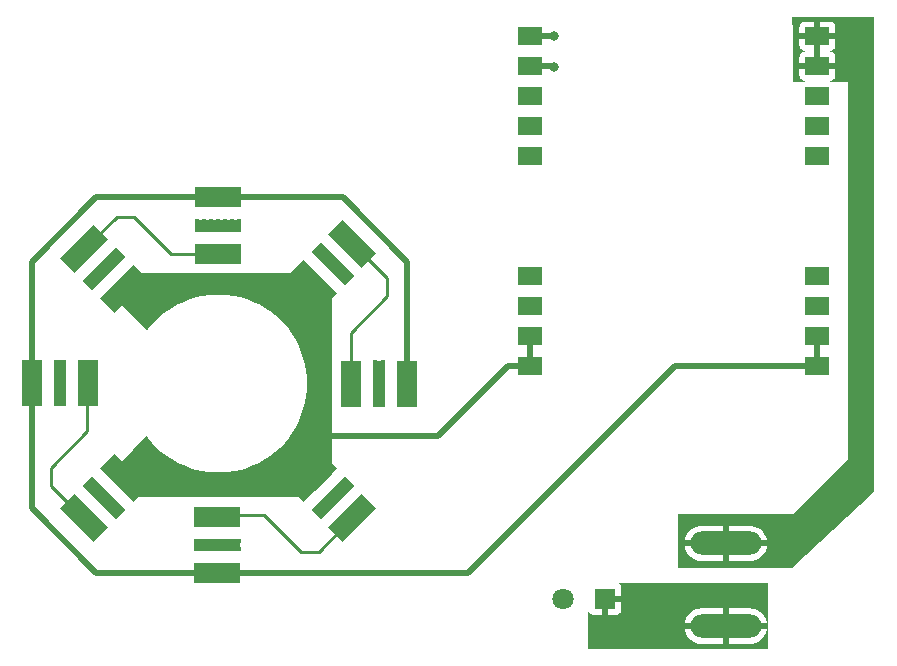
<source format=gtl>
G04 #@! TF.GenerationSoftware,KiCad,Pcbnew,7.0.10*
G04 #@! TF.CreationDate,2024-01-02T03:25:22-08:00*
G04 #@! TF.ProjectId,K40-LED_PCB,4b34302d-4c45-4445-9f50-43422e6b6963,rev?*
G04 #@! TF.SameCoordinates,Original*
G04 #@! TF.FileFunction,Copper,L1,Top*
G04 #@! TF.FilePolarity,Positive*
%FSLAX46Y46*%
G04 Gerber Fmt 4.6, Leading zero omitted, Abs format (unit mm)*
G04 Created by KiCad (PCBNEW 7.0.10) date 2024-01-02 03:25:22*
%MOMM*%
%LPD*%
G01*
G04 APERTURE LIST*
G04 Aperture macros list*
%AMRotRect*
0 Rectangle, with rotation*
0 The origin of the aperture is its center*
0 $1 length*
0 $2 width*
0 $3 Rotation angle, in degrees counterclockwise*
0 Add horizontal line*
21,1,$1,$2,0,0,$3*%
G04 Aperture macros list end*
G04 #@! TA.AperFunction,ComponentPad*
%ADD10O,6.000000X2.000000*%
G04 #@! TD*
G04 #@! TA.AperFunction,ComponentPad*
%ADD11C,0.400000*%
G04 #@! TD*
G04 #@! TA.AperFunction,SMDPad,CuDef*
%ADD12R,4.000000X1.100000*%
G04 #@! TD*
G04 #@! TA.AperFunction,SMDPad,CuDef*
%ADD13R,4.000000X1.750000*%
G04 #@! TD*
G04 #@! TA.AperFunction,SMDPad,CuDef*
%ADD14RotRect,1.100000X4.000000X315.000000*%
G04 #@! TD*
G04 #@! TA.AperFunction,SMDPad,CuDef*
%ADD15RotRect,1.750000X4.000000X315.000000*%
G04 #@! TD*
G04 #@! TA.AperFunction,SMDPad,CuDef*
%ADD16R,1.100000X4.000000*%
G04 #@! TD*
G04 #@! TA.AperFunction,SMDPad,CuDef*
%ADD17R,1.750000X4.000000*%
G04 #@! TD*
G04 #@! TA.AperFunction,SMDPad,CuDef*
%ADD18R,2.030000X1.500000*%
G04 #@! TD*
G04 #@! TA.AperFunction,SMDPad,CuDef*
%ADD19RotRect,1.100000X4.000000X225.000000*%
G04 #@! TD*
G04 #@! TA.AperFunction,SMDPad,CuDef*
%ADD20RotRect,1.750000X4.000000X225.000000*%
G04 #@! TD*
G04 #@! TA.AperFunction,SMDPad,CuDef*
%ADD21RotRect,1.100000X4.000000X45.000000*%
G04 #@! TD*
G04 #@! TA.AperFunction,SMDPad,CuDef*
%ADD22RotRect,1.750000X4.000000X45.000000*%
G04 #@! TD*
G04 #@! TA.AperFunction,SMDPad,CuDef*
%ADD23RotRect,1.100000X4.000000X135.000000*%
G04 #@! TD*
G04 #@! TA.AperFunction,SMDPad,CuDef*
%ADD24RotRect,1.750000X4.000000X135.000000*%
G04 #@! TD*
G04 #@! TA.AperFunction,ComponentPad*
%ADD25R,1.800000X1.800000*%
G04 #@! TD*
G04 #@! TA.AperFunction,ComponentPad*
%ADD26C,1.800000*%
G04 #@! TD*
G04 #@! TA.AperFunction,ViaPad*
%ADD27C,0.800000*%
G04 #@! TD*
G04 #@! TA.AperFunction,Conductor*
%ADD28C,0.500000*%
G04 #@! TD*
G04 #@! TA.AperFunction,Conductor*
%ADD29C,0.250000*%
G04 #@! TD*
G04 APERTURE END LIST*
D10*
X150495000Y-145384600D03*
X150495000Y-138384600D03*
D11*
X105651357Y-138866323D03*
X106251357Y-138866323D03*
X106851357Y-138866323D03*
X107451357Y-138866323D03*
X108051357Y-138866323D03*
X108651357Y-138866323D03*
X109251357Y-138866323D03*
D12*
X107451357Y-138516823D03*
D11*
X105651357Y-138166823D03*
X106251357Y-138166823D03*
X106851357Y-138166823D03*
X107451357Y-138166823D03*
X108051357Y-138166823D03*
X108651357Y-138166823D03*
X109251357Y-138166823D03*
D13*
X107451357Y-140891823D03*
X107451357Y-136141823D03*
D11*
X98869437Y-113646652D03*
X98445173Y-114070917D03*
X98020909Y-114495181D03*
X97596645Y-114919445D03*
X97172381Y-115343709D03*
X96748117Y-115767973D03*
X96323853Y-116192237D03*
D14*
X97843779Y-115166579D03*
D11*
X99364058Y-114141274D03*
X98939794Y-114565538D03*
X98515530Y-114989802D03*
X98091266Y-115414066D03*
X97667002Y-115838330D03*
X97242738Y-116262594D03*
X96818474Y-116686858D03*
D15*
X96164400Y-113487200D03*
X99523157Y-116845957D03*
D11*
X93748657Y-123001084D03*
X93748657Y-123601084D03*
X93748657Y-124201084D03*
X93748657Y-124801084D03*
X93748657Y-125401084D03*
X93748657Y-126001084D03*
X93748657Y-126601084D03*
D16*
X94098157Y-124801084D03*
D11*
X94448157Y-123001084D03*
X94448157Y-123601084D03*
X94448157Y-124201084D03*
X94448157Y-124801084D03*
X94448157Y-125401084D03*
X94448157Y-126001084D03*
X94448157Y-126601084D03*
D17*
X91723157Y-124801084D03*
X96473157Y-124801084D03*
D11*
X121497657Y-126645957D03*
X121497657Y-126045957D03*
X121497657Y-125445957D03*
X121497657Y-124845957D03*
X121497657Y-124245957D03*
X121497657Y-123645957D03*
X121497657Y-123045957D03*
D16*
X121148157Y-124845957D03*
D11*
X120798157Y-126645957D03*
X120798157Y-126045957D03*
X120798157Y-125445957D03*
X120798157Y-124845957D03*
X120798157Y-124245957D03*
X120798157Y-123645957D03*
X120798157Y-123045957D03*
D17*
X123523157Y-124845957D03*
X118773157Y-124845957D03*
D18*
X158242000Y-95453200D03*
X158242000Y-97993200D03*
X158242000Y-100533200D03*
X158242000Y-103073200D03*
X158242000Y-105613200D03*
X158242000Y-115773200D03*
X158242000Y-118313200D03*
X158242000Y-120853200D03*
X158242000Y-123393200D03*
X133872000Y-123393200D03*
X133872000Y-120853200D03*
X133872000Y-118313200D03*
X133872000Y-115773200D03*
X133872000Y-105613200D03*
X133872000Y-103073200D03*
X133872000Y-100533200D03*
X133872000Y-97993200D03*
X133872000Y-95453200D03*
D11*
X118722462Y-115759594D03*
X118298197Y-115335330D03*
X117873933Y-114911066D03*
X117449669Y-114486802D03*
X117025405Y-114062538D03*
X116601141Y-113638274D03*
X116176877Y-113214010D03*
D19*
X117202535Y-114733936D03*
D11*
X118227840Y-116254215D03*
X117803576Y-115829951D03*
X117379312Y-115405687D03*
X116955048Y-114981423D03*
X116530784Y-114557159D03*
X116106520Y-114132895D03*
X115682256Y-113708631D03*
D20*
X118881914Y-113054557D03*
X115523157Y-116413314D03*
D11*
X96323852Y-133499677D03*
X96748117Y-133923941D03*
X97172381Y-134348205D03*
X97596645Y-134772469D03*
X98020909Y-135196733D03*
X98445173Y-135620997D03*
X98869437Y-136045261D03*
D21*
X97843779Y-134525335D03*
D11*
X96818474Y-133005056D03*
X97242738Y-133429320D03*
X97667002Y-133853584D03*
X98091266Y-134277848D03*
X98515530Y-134702112D03*
X98939794Y-135126376D03*
X99364058Y-135550640D03*
D22*
X96164400Y-136204714D03*
X99523157Y-132845957D03*
D11*
X116176877Y-136045262D03*
X116601141Y-135620997D03*
X117025405Y-135196733D03*
X117449669Y-134772469D03*
X117873933Y-134348205D03*
X118298197Y-133923941D03*
X118722461Y-133499677D03*
D23*
X117202535Y-134525335D03*
D11*
X115682256Y-135550640D03*
X116106520Y-135126376D03*
X116530784Y-134702112D03*
X116955048Y-134277848D03*
X117379312Y-133853584D03*
X117803576Y-133429320D03*
X118227840Y-133005056D03*
D24*
X118881914Y-136204714D03*
X115523157Y-132845957D03*
D11*
X109284357Y-111119657D03*
X108684357Y-111119657D03*
X108084357Y-111119657D03*
X107484357Y-111119657D03*
X106884357Y-111119657D03*
X106284357Y-111119657D03*
X105684357Y-111119657D03*
D12*
X107484357Y-111469157D03*
D11*
X109284357Y-111819157D03*
X108684357Y-111819157D03*
X108084357Y-111819157D03*
X107484357Y-111819157D03*
X106884357Y-111819157D03*
X106284357Y-111819157D03*
X105684357Y-111819157D03*
D13*
X107484357Y-109094157D03*
X107484357Y-113844157D03*
D25*
X140233400Y-143052800D03*
D26*
X136733400Y-143052800D03*
D27*
X135915400Y-98018600D03*
X135915400Y-95453200D03*
D28*
X116001800Y-129311400D02*
X115468400Y-128778000D01*
X132080000Y-123393200D02*
X126161800Y-129311400D01*
X126161800Y-129311400D02*
X116001800Y-129311400D01*
X133872000Y-123393200D02*
X132080000Y-123393200D01*
X146177000Y-123393200D02*
X158242000Y-123393200D01*
X128678377Y-140891823D02*
X146177000Y-123393200D01*
X107451357Y-140891823D02*
X128678377Y-140891823D01*
X133872000Y-120853200D02*
X133872000Y-123393200D01*
X158242000Y-120853200D02*
X158242000Y-123393200D01*
X107484357Y-109094157D02*
X107757843Y-109094157D01*
X107757843Y-109094157D02*
X107759000Y-109093000D01*
X123520200Y-124799927D02*
X123520200Y-114574486D01*
X123520200Y-114574486D02*
X118038714Y-109093000D01*
X118038714Y-109093000D02*
X107759000Y-109093000D01*
X135890000Y-97993200D02*
X135915400Y-98018600D01*
X133872000Y-97993200D02*
X135890000Y-97993200D01*
X133872000Y-95453200D02*
X135915400Y-95453200D01*
X91723157Y-125180659D02*
X91719400Y-125184416D01*
X91723157Y-124801084D02*
X91723157Y-125180659D01*
X91719400Y-125184416D02*
X91719400Y-135409857D01*
X91719400Y-135409857D02*
X97200886Y-140891343D01*
X97200886Y-140891343D02*
X107480600Y-140891343D01*
X91723157Y-114575643D02*
X97204643Y-109094157D01*
X91723157Y-124801084D02*
X91723157Y-114575643D01*
X97204643Y-109094157D02*
X107484357Y-109094157D01*
D29*
X117411136Y-114733936D02*
X117202535Y-114733936D01*
X97843779Y-134525335D02*
X97952535Y-134525335D01*
X97843779Y-115166579D02*
X97843779Y-115025335D01*
X103523157Y-113845957D02*
X107523157Y-113845957D01*
X100423157Y-110745957D02*
X103523157Y-113845957D01*
X98905643Y-110745957D02*
X100423157Y-110745957D01*
X96164400Y-113487200D02*
X98905643Y-110745957D01*
X93323157Y-131995957D02*
X96423157Y-128895957D01*
X96064400Y-136254714D02*
X93323157Y-133513471D01*
X96423157Y-128895957D02*
X96423157Y-124895957D01*
X93323157Y-133513471D02*
X93323157Y-131995957D01*
X121823157Y-115928443D02*
X121823157Y-117445957D01*
X118723157Y-120545957D02*
X118723157Y-124545957D01*
X119081914Y-113187200D02*
X121823157Y-115928443D01*
X121823157Y-117445957D02*
X118723157Y-120545957D01*
X118781914Y-136354714D02*
X116040671Y-139095957D01*
X116040671Y-139095957D02*
X114523157Y-139095957D01*
X111423157Y-135995957D02*
X107423157Y-135995957D01*
X114523157Y-139095957D02*
X111423157Y-135995957D01*
G04 #@! TA.AperFunction,Conductor*
G36*
X115850186Y-115502986D02*
G01*
X117116128Y-116768928D01*
X117123157Y-116785899D01*
X117123157Y-132526635D01*
X117116128Y-132543606D01*
X117115909Y-132543821D01*
X115671867Y-133951367D01*
X115120369Y-134488928D01*
X115120148Y-134489143D01*
X115103396Y-134495957D01*
X107443157Y-134495957D01*
X99943099Y-134495957D01*
X99926128Y-134488928D01*
X98139990Y-132702790D01*
X98132961Y-132685819D01*
X98139852Y-132668988D01*
X100339352Y-130433613D01*
X101435809Y-129319270D01*
X101452719Y-129312106D01*
X101469746Y-129318998D01*
X101472430Y-129322138D01*
X101562774Y-129448415D01*
X101914632Y-129871217D01*
X102296415Y-130267207D01*
X102706084Y-130634273D01*
X103082447Y-130924891D01*
X103141454Y-130970455D01*
X103141455Y-130970456D01*
X103600193Y-131273954D01*
X103600210Y-131273964D01*
X104079877Y-131543166D01*
X104079880Y-131543167D01*
X104079883Y-131543169D01*
X104577934Y-131776646D01*
X105091698Y-131973144D01*
X105091702Y-131973145D01*
X105091710Y-131973148D01*
X105618409Y-132131609D01*
X105618421Y-132131612D01*
X105618427Y-132131613D01*
X105618436Y-132131616D01*
X106155336Y-132251216D01*
X106699534Y-132331305D01*
X107248127Y-132371457D01*
X107798187Y-132371457D01*
X108346780Y-132331305D01*
X108890978Y-132251216D01*
X109427878Y-132131616D01*
X109427889Y-132131612D01*
X109427892Y-132131612D01*
X109427904Y-132131609D01*
X109954603Y-131973148D01*
X109954604Y-131973147D01*
X109954616Y-131973144D01*
X110468380Y-131776646D01*
X110966431Y-131543169D01*
X111446111Y-131273960D01*
X111904860Y-130970455D01*
X112340230Y-130634273D01*
X112749899Y-130267207D01*
X113131682Y-129871217D01*
X113483540Y-129448415D01*
X113803598Y-129001057D01*
X114090146Y-128531530D01*
X114341657Y-128042338D01*
X114556788Y-127536093D01*
X114734391Y-127015494D01*
X114873520Y-126483320D01*
X114973431Y-125942410D01*
X115033592Y-125395650D01*
X115053681Y-124845957D01*
X115033592Y-124296264D01*
X114973431Y-123749504D01*
X114873520Y-123208594D01*
X114734391Y-122676420D01*
X114556788Y-122155821D01*
X114341657Y-121649576D01*
X114090146Y-121160384D01*
X114090140Y-121160374D01*
X113803602Y-120690863D01*
X113803598Y-120690857D01*
X113483540Y-120243499D01*
X113131682Y-119820697D01*
X112749899Y-119424707D01*
X112340230Y-119057641D01*
X112149626Y-118910461D01*
X111904859Y-118721458D01*
X111904858Y-118721457D01*
X111446120Y-118417959D01*
X111446103Y-118417949D01*
X110966436Y-118148747D01*
X110468380Y-117915268D01*
X110468366Y-117915262D01*
X109954623Y-117718772D01*
X109954603Y-117718765D01*
X109427904Y-117560304D01*
X109427892Y-117560301D01*
X108890979Y-117440698D01*
X108890974Y-117440697D01*
X108725175Y-117416297D01*
X108346790Y-117360610D01*
X108346777Y-117360608D01*
X107798187Y-117320457D01*
X107248127Y-117320457D01*
X106699536Y-117360608D01*
X106699523Y-117360610D01*
X106155343Y-117440697D01*
X106155334Y-117440698D01*
X105618421Y-117560301D01*
X105618409Y-117560304D01*
X105091710Y-117718765D01*
X105091690Y-117718772D01*
X104577947Y-117915262D01*
X104577933Y-117915268D01*
X104079877Y-118148747D01*
X103600210Y-118417949D01*
X103600193Y-118417959D01*
X103141455Y-118721457D01*
X103141454Y-118721458D01*
X102706091Y-119057635D01*
X102706086Y-119057639D01*
X102706084Y-119057641D01*
X102296415Y-119424707D01*
X102098912Y-119629558D01*
X101914631Y-119820697D01*
X101562773Y-120243500D01*
X101483226Y-120354684D01*
X101467634Y-120364396D01*
X101449742Y-120360238D01*
X101446665Y-120357618D01*
X98139985Y-117022927D01*
X98133027Y-117005927D01*
X98140055Y-116989058D01*
X99626128Y-115502986D01*
X99643099Y-115495957D01*
X115833215Y-115495957D01*
X115850186Y-115502986D01*
G37*
G04 #@! TD.AperFunction*
G04 #@! TA.AperFunction,Conductor*
G36*
X154043971Y-141739029D02*
G01*
X154051000Y-141756000D01*
X154051000Y-147270500D01*
X154043971Y-147287471D01*
X154027000Y-147294500D01*
X138860400Y-147294500D01*
X138843429Y-147287471D01*
X138836400Y-147270500D01*
X138836400Y-145134599D01*
X147015976Y-145134599D01*
X147015977Y-145134600D01*
X148061314Y-145134600D01*
X148035507Y-145174756D01*
X147995000Y-145312711D01*
X147995000Y-145456489D01*
X148035507Y-145594444D01*
X148061314Y-145634600D01*
X147015977Y-145634600D01*
X147035916Y-145754091D01*
X147116633Y-145989211D01*
X147116635Y-145989216D01*
X147234945Y-146207833D01*
X147234946Y-146207835D01*
X147387629Y-146404001D01*
X147387631Y-146404003D01*
X147570520Y-146572365D01*
X147570524Y-146572368D01*
X147778630Y-146708330D01*
X148006283Y-146808188D01*
X148247266Y-146869213D01*
X148432957Y-146884600D01*
X150244999Y-146884600D01*
X150245000Y-146884599D01*
X150245000Y-145884600D01*
X150745000Y-145884600D01*
X150745000Y-146884599D01*
X150745001Y-146884600D01*
X152557043Y-146884600D01*
X152742733Y-146869213D01*
X152983716Y-146808188D01*
X153211369Y-146708330D01*
X153419475Y-146572368D01*
X153419479Y-146572365D01*
X153602368Y-146404003D01*
X153602370Y-146404001D01*
X153755053Y-146207835D01*
X153755054Y-146207833D01*
X153873364Y-145989216D01*
X153873366Y-145989211D01*
X153954083Y-145754091D01*
X153974023Y-145634600D01*
X152928686Y-145634600D01*
X152954493Y-145594444D01*
X152995000Y-145456489D01*
X152995000Y-145312711D01*
X152954493Y-145174756D01*
X152928686Y-145134600D01*
X153974023Y-145134600D01*
X153974023Y-145134599D01*
X153954083Y-145015108D01*
X153873366Y-144779988D01*
X153873364Y-144779983D01*
X153755054Y-144561366D01*
X153755053Y-144561364D01*
X153602370Y-144365198D01*
X153602368Y-144365196D01*
X153419479Y-144196834D01*
X153419475Y-144196831D01*
X153211369Y-144060869D01*
X152983716Y-143961011D01*
X152742733Y-143899986D01*
X152557043Y-143884600D01*
X150745001Y-143884600D01*
X150745000Y-143884601D01*
X150745000Y-144884600D01*
X150245000Y-144884600D01*
X150245000Y-143884601D01*
X150244999Y-143884600D01*
X148432957Y-143884600D01*
X148247266Y-143899986D01*
X148006283Y-143961011D01*
X147778630Y-144060869D01*
X147570524Y-144196831D01*
X147570520Y-144196834D01*
X147387631Y-144365196D01*
X147387629Y-144365198D01*
X147234946Y-144561364D01*
X147234945Y-144561366D01*
X147116635Y-144779983D01*
X147116633Y-144779988D01*
X147035916Y-145015108D01*
X147015976Y-145134599D01*
X138836400Y-145134599D01*
X138836400Y-144184078D01*
X138843429Y-144167107D01*
X138860400Y-144160078D01*
X138877371Y-144167107D01*
X138882887Y-144175691D01*
X138890047Y-144194888D01*
X138890049Y-144194892D01*
X138976209Y-144309986D01*
X138976213Y-144309990D01*
X139091307Y-144396150D01*
X139091311Y-144396152D01*
X139226026Y-144446398D01*
X139226031Y-144446399D01*
X139285569Y-144452800D01*
X139983399Y-144452800D01*
X139983400Y-144452799D01*
X139983400Y-143598681D01*
X140076769Y-143637356D01*
X140194077Y-143652800D01*
X140272723Y-143652800D01*
X140390031Y-143637356D01*
X140483400Y-143598681D01*
X140483400Y-144452799D01*
X140483401Y-144452800D01*
X141181231Y-144452800D01*
X141240768Y-144446399D01*
X141240773Y-144446398D01*
X141375488Y-144396152D01*
X141375492Y-144396150D01*
X141490586Y-144309990D01*
X141490590Y-144309986D01*
X141576750Y-144194892D01*
X141576752Y-144194888D01*
X141626998Y-144060173D01*
X141626999Y-144060168D01*
X141633400Y-144000630D01*
X141633400Y-143302801D01*
X141633399Y-143302800D01*
X140779282Y-143302800D01*
X140817956Y-143209431D01*
X140838577Y-143052800D01*
X140817956Y-142896169D01*
X140779282Y-142802800D01*
X141633399Y-142802800D01*
X141633400Y-142802799D01*
X141633400Y-142104969D01*
X141626999Y-142045431D01*
X141626998Y-142045426D01*
X141576752Y-141910711D01*
X141576750Y-141910707D01*
X141490590Y-141795613D01*
X141490586Y-141795609D01*
X141463341Y-141775213D01*
X141453968Y-141759415D01*
X141458511Y-141741617D01*
X141474309Y-141732244D01*
X141477724Y-141732000D01*
X154027000Y-141732000D01*
X154043971Y-141739029D01*
G37*
G04 #@! TD.AperFunction*
G04 #@! TA.AperFunction,Conductor*
G36*
X163018592Y-93827326D02*
G01*
X163035532Y-93834416D01*
X163042500Y-93851325D01*
X163042500Y-134047089D01*
X163035471Y-134064060D01*
X163034814Y-134064692D01*
X157273427Y-139404001D01*
X156185098Y-140412600D01*
X156166103Y-140430203D01*
X156149789Y-140436600D01*
X146429736Y-140436600D01*
X146412765Y-140429571D01*
X146405736Y-140412600D01*
X146405736Y-140412465D01*
X146415724Y-138634600D01*
X146418533Y-138134599D01*
X147015976Y-138134599D01*
X147015977Y-138134600D01*
X148061314Y-138134600D01*
X148035507Y-138174756D01*
X147995000Y-138312711D01*
X147995000Y-138456489D01*
X148035507Y-138594444D01*
X148061314Y-138634600D01*
X147015977Y-138634600D01*
X147035916Y-138754091D01*
X147116633Y-138989211D01*
X147116635Y-138989216D01*
X147234945Y-139207833D01*
X147234946Y-139207835D01*
X147387629Y-139404001D01*
X147387631Y-139404003D01*
X147570520Y-139572365D01*
X147570524Y-139572368D01*
X147778630Y-139708330D01*
X148006283Y-139808188D01*
X148247266Y-139869213D01*
X148432957Y-139884600D01*
X150244999Y-139884600D01*
X150245000Y-139884599D01*
X150245000Y-138884600D01*
X150745000Y-138884600D01*
X150745000Y-139884599D01*
X150745001Y-139884600D01*
X152557043Y-139884600D01*
X152742733Y-139869213D01*
X152983716Y-139808188D01*
X153211369Y-139708330D01*
X153419475Y-139572368D01*
X153419479Y-139572365D01*
X153602368Y-139404003D01*
X153602370Y-139404001D01*
X153755053Y-139207835D01*
X153755054Y-139207833D01*
X153873364Y-138989216D01*
X153873366Y-138989211D01*
X153954083Y-138754091D01*
X153974023Y-138634600D01*
X152928686Y-138634600D01*
X152954493Y-138594444D01*
X152995000Y-138456489D01*
X152995000Y-138312711D01*
X152954493Y-138174756D01*
X152928686Y-138134600D01*
X153974023Y-138134600D01*
X153974023Y-138134599D01*
X153954083Y-138015108D01*
X153873366Y-137779988D01*
X153873364Y-137779983D01*
X153755054Y-137561366D01*
X153755053Y-137561364D01*
X153602370Y-137365198D01*
X153602368Y-137365196D01*
X153419479Y-137196834D01*
X153419475Y-137196831D01*
X153211369Y-137060869D01*
X152983716Y-136961011D01*
X152742733Y-136899986D01*
X152557043Y-136884600D01*
X150745001Y-136884600D01*
X150745000Y-136884601D01*
X150745000Y-137884600D01*
X150245000Y-137884600D01*
X150245000Y-136884601D01*
X150244999Y-136884600D01*
X148432957Y-136884600D01*
X148247266Y-136899986D01*
X148006283Y-136961011D01*
X147778630Y-137060869D01*
X147570524Y-137196831D01*
X147570520Y-137196834D01*
X147387631Y-137365196D01*
X147387629Y-137365198D01*
X147234946Y-137561364D01*
X147234945Y-137561366D01*
X147116635Y-137779983D01*
X147116633Y-137779988D01*
X147035916Y-138015108D01*
X147015976Y-138134599D01*
X146418533Y-138134599D01*
X146430865Y-135939305D01*
X146437990Y-135922376D01*
X146454906Y-135915442D01*
X156184570Y-135932572D01*
X160854979Y-131292637D01*
X160832800Y-99288600D01*
X160832799Y-99288600D01*
X159330297Y-99288600D01*
X159313326Y-99281571D01*
X159306297Y-99264600D01*
X159313326Y-99247629D01*
X159327732Y-99240738D01*
X159364368Y-99236799D01*
X159364373Y-99236798D01*
X159499088Y-99186552D01*
X159499092Y-99186550D01*
X159614186Y-99100390D01*
X159614190Y-99100386D01*
X159700350Y-98985292D01*
X159700352Y-98985288D01*
X159750598Y-98850573D01*
X159750599Y-98850568D01*
X159757000Y-98791030D01*
X159757000Y-98243201D01*
X159756999Y-98243200D01*
X156727001Y-98243200D01*
X156727000Y-98243201D01*
X156727000Y-98791030D01*
X156733400Y-98850568D01*
X156733401Y-98850573D01*
X156783647Y-98985288D01*
X156783649Y-98985292D01*
X156869809Y-99100386D01*
X156869813Y-99100390D01*
X156984907Y-99186550D01*
X156984911Y-99186552D01*
X157119626Y-99236798D01*
X157119631Y-99236799D01*
X157156268Y-99240738D01*
X157172390Y-99249541D01*
X157177565Y-99267165D01*
X157168762Y-99283287D01*
X157153703Y-99288600D01*
X156183089Y-99288600D01*
X156166118Y-99281571D01*
X156159089Y-99264711D01*
X156159088Y-99264600D01*
X156152045Y-97743199D01*
X156727000Y-97743199D01*
X156727001Y-97743200D01*
X157991999Y-97743200D01*
X157992000Y-97743199D01*
X158492000Y-97743199D01*
X158492001Y-97743200D01*
X159756999Y-97743200D01*
X159757000Y-97743199D01*
X159757000Y-97195369D01*
X159750599Y-97135831D01*
X159750598Y-97135826D01*
X159700352Y-97001111D01*
X159700350Y-97001107D01*
X159614190Y-96886013D01*
X159614186Y-96886009D01*
X159499092Y-96799849D01*
X159499088Y-96799847D01*
X159364374Y-96749602D01*
X159340754Y-96747063D01*
X159324632Y-96738259D01*
X159319456Y-96720635D01*
X159328260Y-96704513D01*
X159340754Y-96699337D01*
X159364374Y-96696797D01*
X159499088Y-96646552D01*
X159499092Y-96646550D01*
X159614186Y-96560390D01*
X159614190Y-96560386D01*
X159700350Y-96445292D01*
X159700352Y-96445288D01*
X159750598Y-96310573D01*
X159750599Y-96310568D01*
X159757000Y-96251030D01*
X159757000Y-95703201D01*
X159756999Y-95703200D01*
X158492001Y-95703200D01*
X158492000Y-95703201D01*
X158492000Y-96703199D01*
X158495030Y-96706229D01*
X158502059Y-96723200D01*
X158495030Y-96740171D01*
X158492000Y-96743201D01*
X158492000Y-97743199D01*
X157992000Y-97743199D01*
X157992000Y-96743201D01*
X157988970Y-96740171D01*
X157981941Y-96723200D01*
X157988970Y-96706229D01*
X157992000Y-96703199D01*
X157992000Y-95703201D01*
X157991999Y-95703200D01*
X156727001Y-95703200D01*
X156727000Y-95703201D01*
X156727000Y-96251030D01*
X156733400Y-96310568D01*
X156733401Y-96310573D01*
X156783647Y-96445288D01*
X156783649Y-96445292D01*
X156869809Y-96560386D01*
X156869813Y-96560390D01*
X156984907Y-96646550D01*
X156984911Y-96646552D01*
X157119626Y-96696798D01*
X157119631Y-96696799D01*
X157143245Y-96699338D01*
X157159367Y-96708141D01*
X157164542Y-96725765D01*
X157155739Y-96741887D01*
X157143245Y-96747062D01*
X157119631Y-96749600D01*
X157119626Y-96749601D01*
X156984911Y-96799847D01*
X156984907Y-96799849D01*
X156869813Y-96886009D01*
X156869809Y-96886013D01*
X156783649Y-97001107D01*
X156783647Y-97001111D01*
X156733401Y-97135826D01*
X156733400Y-97135831D01*
X156727000Y-97195369D01*
X156727000Y-97743199D01*
X156152045Y-97743199D01*
X156140286Y-95203199D01*
X156727000Y-95203199D01*
X156727001Y-95203200D01*
X157991999Y-95203200D01*
X157992000Y-95203199D01*
X158492000Y-95203199D01*
X158492001Y-95203200D01*
X159756999Y-95203200D01*
X159757000Y-95203199D01*
X159757000Y-94655369D01*
X159750599Y-94595831D01*
X159750598Y-94595826D01*
X159700352Y-94461111D01*
X159700350Y-94461107D01*
X159614190Y-94346013D01*
X159614186Y-94346009D01*
X159499092Y-94259849D01*
X159499088Y-94259847D01*
X159364373Y-94209601D01*
X159364368Y-94209600D01*
X159304831Y-94203200D01*
X158492001Y-94203200D01*
X158492000Y-94203201D01*
X158492000Y-95203199D01*
X157992000Y-95203199D01*
X157992000Y-94203201D01*
X157991999Y-94203200D01*
X157179169Y-94203200D01*
X157119631Y-94209600D01*
X157119626Y-94209601D01*
X156984911Y-94259847D01*
X156984907Y-94259849D01*
X156869813Y-94346009D01*
X156869809Y-94346013D01*
X156783649Y-94461107D01*
X156783647Y-94461111D01*
X156733401Y-94595826D01*
X156733400Y-94595831D01*
X156727000Y-94655369D01*
X156727000Y-95203199D01*
X156140286Y-95203199D01*
X156133912Y-93826398D01*
X156140863Y-93809396D01*
X156157801Y-93802288D01*
X156157912Y-93802288D01*
X163018592Y-93827326D01*
G37*
G04 #@! TD.AperFunction*
M02*

</source>
